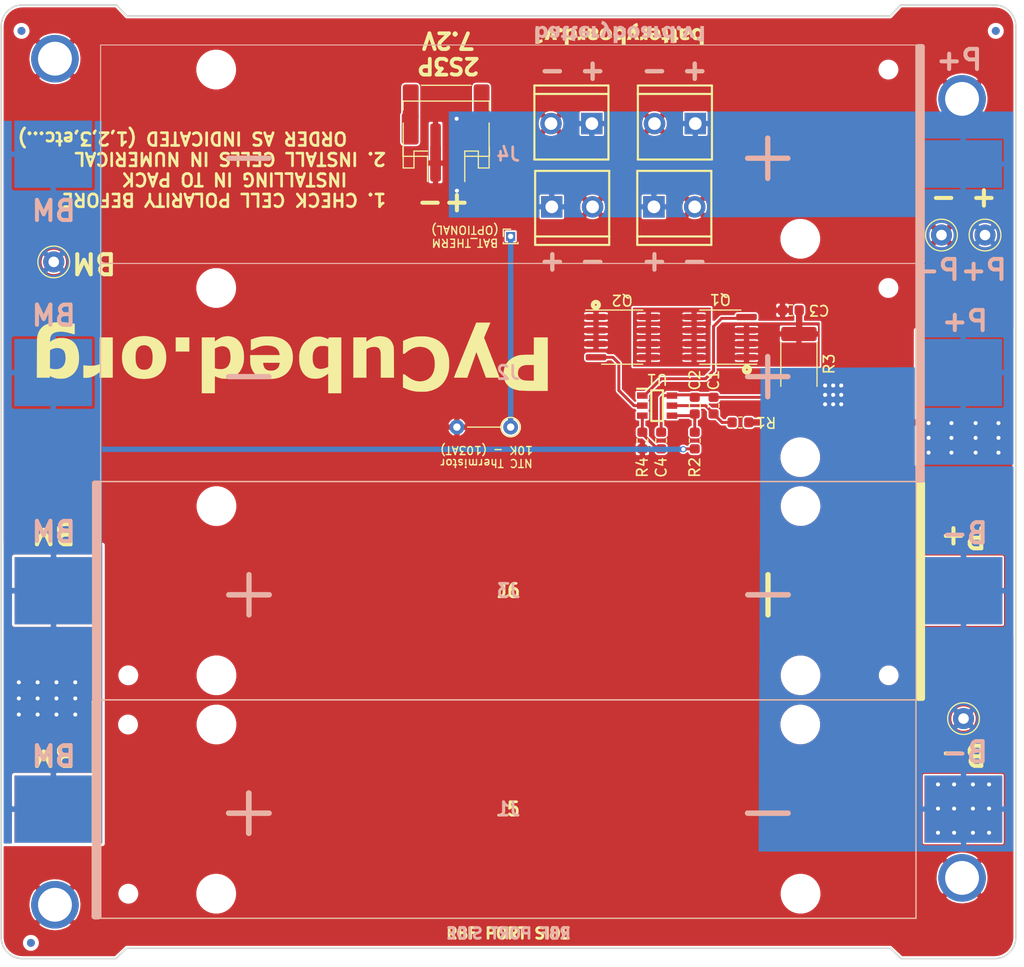
<source format=kicad_pcb>
(kicad_pcb (version 20171130) (host pcbnew "(5.1.5)-3")
  (layers (0 F.Cu signal) (31 B.Cu signal hide) (34 B.Paste user hide) (35 F.Paste user hide) (36 B.SilkS user hide) (37 F.SilkS user) (38 B.Mask user hide) (39 F.Mask user) (44 Edge.Cuts user))
  (net 0 "")
  (net 1 /VDD)
  (net 2 B-)
  (net 3 "Net-(C2-Pad2)")
  (net 4 PACK-)
  (net 5 BM)
  (net 6 PACK+)
  (net 7 "Net-(Q1-Pad5)")
  (net 8 "Net-(Q1-Pad4)")
  (net 9 "Net-(Q2-Pad4)")
  (net 10 "Net-(C3-Pad1)")
  (net 11 "Net-(C4-Pad2)")
  (net 12 BAT_THERM)
  (module custom-footprints:battery_version (layer B.Cu) (at 111.3536 56.4134)
    (fp_text reference Ref** hide)
    (fp_text value Val** hide)
  )
  (module custom-footprints:battery_version (layer F.Cu) (at 111.9378 56.6166 180)
    (fp_text reference Ref** hide)
    (fp_text value Val** hide)
  )
  (module custom-footprints:MountingHole_3.2mm_M3_DIN965_PadMOD (layer F.Cu) (at 144.0053 62.6899)
    (fp_text reference H3 hide)
    (fp_text value MountingHole_Pad)
    (pad 1 thru_hole circle (at 0 0) (size 4.5 4.5) (drill 3.2) (layers F.Cu F.Mask) (net 4 PACK-))
  )
  (module custom-footprints:MountingHole_3.2mm_M3_DIN965_PadMOD (layer F.Cu) (at 144.0053 136.3499)
    (fp_text reference H4 hide)
    (fp_text value MountingHole_Pad)
    (pad 1 thru_hole circle (at 0 0) (size 4.5 4.5) (drill 3.2) (layers *.Cu *.Mask) (net 4 PACK-))
  )
  (module custom-footprints:MountingHole_3.2mm_M3_DIN965_PadMOD (layer F.Cu) (at 58.2803 58.8899)
    (fp_text reference H2 hide)
    (fp_text value MountingHole_Pad)
    (pad 1 thru_hole circle (at 0 0) (size 4.5 4.5) (drill 3.2) (layers *.Cu *.Mask) (net 4 PACK-))
  )
  (module custom-footprints:MountingHole_3.2mm_M3_DIN965_PadMOD (layer F.Cu) (at 58.2803 138.8899)
    (fp_text reference H1 hide)
    (fp_text value MountingHole_Pad)
    (pad 1 thru_hole circle (at 0 0) (size 4.5 4.5) (drill 3.2) (layers *.Cu *.Mask) (net 4 PACK-))
  )
  (module custom-footprints:pycubed_logo (layer F.Cu) (at 83.29676 86.9188 180)
    (fp_text reference Ref** hide)
    (fp_text value Val** hide)
  )
  (module custom-footprints:KEYSTONE-1042 (layer B.Cu) (at 101.1174 67.9196)
    (fp_text reference J4 (at 0 0) (layer B.SilkS) (effects (font (size 1.27 1.27) (thickness 0.254)) (justify mirror)))
    (fp_text value KEYSTONE-1042 hide)
    (fp_text user - (at -24.525 0) (layer B.SilkS) (effects (font (size 5 5) (thickness 0.5)) (justify mirror)))
    (fp_text user + (at 24.525 0) (layer B.SilkS) (effects (font (size 5 5) (thickness 0.5)) (justify mirror)))
    (pad 5 np_thru_hole circle (at 35.93 -8) (size 1.57 0) (drill 1.57) (layers *.Cu *.Mask))
    (pad 4 np_thru_hole circle (at 27.6 8) (size 3.45 0) (drill 3.45) (layers *.Cu *.Mask))
    (pad 3 np_thru_hole circle (at -27.6 -8) (size 3.45 0) (drill 3.45) (layers *.Cu *.Mask))
    (pad 2 smd rect (at 43 0.925 270) (size 4.5 7.34) (layers B.Cu B.Paste B.Mask) (net 6 PACK+))
    (pad 1 smd rect (at -43 0 270) (size 6.35 7.34) (layers B.Cu B.Paste B.Mask) (net 5 BM))
  )
  (module custom-footprints:KEYSTONE-1042 (layer F.Cu) (at 101.1428 109.1946)
    (fp_text reference J6 (at 0 0) (layer F.SilkS) (effects (font (size 1.27 1.27) (thickness 0.254))))
    (fp_text value KEYSTONE-1042 hide)
    (fp_text user - (at -24.525 0) (layer F.SilkS) (effects (font (size 5 5) (thickness 0.5))))
    (fp_text user + (at 24.525 0) (layer F.SilkS) (effects (font (size 5 5) (thickness 0.5))))
    (pad 5 np_thru_hole circle (at 35.93 8) (size 1.57 0) (drill 1.57) (layers *.Cu *.Mask))
    (pad 4 np_thru_hole circle (at 27.6 -8) (size 3.45 0) (drill 3.45) (layers *.Cu *.Mask))
    (pad 3 np_thru_hole circle (at -27.6 8) (size 3.45 0) (drill 3.45) (layers *.Cu *.Mask))
    (pad 2 smd rect (at 43 0 90) (size 6.35 7.34) (layers F.Cu F.Paste F.Mask) (net 6 PACK+))
    (pad 1 smd rect (at -43 0 90) (size 6.35 7.34) (layers F.Cu F.Paste F.Mask) (net 5 BM))
  )
  (module custom-footprints:KEYSTONE-1042 (layer F.Cu) (at 101.1174 129.8448 180)
    (fp_text reference J5 (at 0 0) (layer F.SilkS) (effects (font (size 1.27 1.27) (thickness 0.254))))
    (fp_text value KEYSTONE-1042 hide)
    (fp_text user - (at -24.525 0) (layer F.SilkS) (effects (font (size 5 5) (thickness 0.5))))
    (fp_text user + (at 24.525 0) (layer F.SilkS) (effects (font (size 5 5) (thickness 0.5))))
    (pad 5 np_thru_hole circle (at 35.93 8 180) (size 1.57 0) (drill 1.57) (layers *.Cu *.Mask))
    (pad 4 np_thru_hole circle (at 27.6 -8 180) (size 3.45 0) (drill 3.45) (layers *.Cu *.Mask))
    (pad 3 np_thru_hole circle (at -27.6 8 180) (size 3.45 0) (drill 3.45) (layers *.Cu *.Mask))
    (pad 2 smd rect (at 43 0 270) (size 6.35 7.34) (layers F.Cu F.Paste F.Mask) (net 5 BM))
    (pad 1 smd rect (at -43 0 270) (size 6.35 7.34) (layers F.Cu F.Paste F.Mask) (net 2 B-))
  )
  (module custom-footprints:KEYSTONE-1042 (layer B.Cu) (at 101.1428 109.1946 180)
    (fp_text reference J3 (at 0 0) (layer B.SilkS) (effects (font (size 1.27 1.27) (thickness 0.254)) (justify mirror)))
    (fp_text value KEYSTONE-1042 hide)
    (fp_text user - (at -24.525 0) (layer B.SilkS) (effects (font (size 5 5) (thickness 0.5)) (justify mirror)))
    (fp_text user + (at 24.525 0) (layer B.SilkS) (effects (font (size 5 5) (thickness 0.5)) (justify mirror)))
    (pad 5 np_thru_hole circle (at 35.93 -8 180) (size 1.57 0) (drill 1.57) (layers *.Cu *.Mask))
    (pad 4 np_thru_hole circle (at 27.6 8 180) (size 3.45 0) (drill 3.45) (layers *.Cu *.Mask))
    (pad 3 np_thru_hole circle (at -27.6 -8 180) (size 3.45 0) (drill 3.45) (layers *.Cu *.Mask))
    (pad 2 smd rect (at 43 0 90) (size 6.35 7.34) (layers B.Cu B.Paste B.Mask) (net 5 BM))
    (pad 1 smd rect (at -43 0 90) (size 6.35 7.34) (layers B.Cu B.Paste B.Mask) (net 2 B-))
  )
  (module custom-footprints:KEYSTONE-1042 (layer B.Cu) (at 101.1174 88.5698)
    (fp_text reference J2 (at 0 0) (layer B.SilkS) (effects (font (size 1.27 1.27) (thickness 0.254)) (justify mirror)))
    (fp_text value KEYSTONE-1042 hide)
    (fp_text user - (at -24.525 0) (layer B.SilkS) (effects (font (size 5 5) (thickness 0.5)) (justify mirror)))
    (fp_text user + (at 24.525 0) (layer B.SilkS) (effects (font (size 5 5) (thickness 0.5)) (justify mirror)))
    (pad 5 np_thru_hole circle (at 35.93 -8) (size 1.57 0) (drill 1.57) (layers *.Cu *.Mask))
    (pad 4 np_thru_hole circle (at 27.6 8) (size 3.45 0) (drill 3.45) (layers *.Cu *.Mask))
    (pad 3 np_thru_hole circle (at -27.6 -8) (size 3.45 0) (drill 3.45) (layers *.Cu *.Mask))
    (pad 2 smd rect (at 43 0 270) (size 6.35 7.34) (layers B.Cu B.Paste B.Mask) (net 6 PACK+))
    (pad 1 smd rect (at -43 0 270) (size 6.35 7.34) (layers B.Cu B.Paste B.Mask) (net 5 BM))
  )
  (module custom-footprints:KEYSTONE-1042 (layer B.Cu) (at 101.1428 129.8448 180)
    (fp_text reference J1 (at 0 0) (layer B.SilkS) (effects (font (size 1.27 1.27) (thickness 0.254)) (justify mirror)))
    (fp_text value KEYSTONE-1042 hide)
    (fp_text user - (at -24.525 0) (layer B.SilkS) (effects (font (size 5 5) (thickness 0.5)) (justify mirror)))
    (fp_text user + (at 24.525 0) (layer B.SilkS) (effects (font (size 5 5) (thickness 0.5)) (justify mirror)))
    (pad 5 np_thru_hole circle (at 35.93 -8 180) (size 1.57 0) (drill 1.57) (layers *.Cu *.Mask))
    (pad 4 np_thru_hole circle (at 27.6 8 180) (size 3.45 0) (drill 3.45) (layers *.Cu *.Mask))
    (pad 3 np_thru_hole circle (at -27.6 -8 180) (size 3.45 0) (drill 3.45) (layers *.Cu *.Mask))
    (pad 2 smd rect (at 43 0 90) (size 6.35 7.34) (layers B.Cu B.Paste B.Mask) (net 5 BM))
    (pad 1 smd rect (at -43 0 90) (size 6.35 7.34) (layers B.Cu B.Paste B.Mask) (net 2 B-))
  )
  (module Fiducial:Fiducial_0.75mm_Mask1.5mm (layer F.Cu) (at 147.193 56.261)
    (fp_text reference REF** hide)
    (fp_text value Fiducial_0.75mm_Mask1.5mm)
    (pad "" smd circle (at 0 0) (size 0.75 0.75) (layers F.Cu F.Mask) (clearance 0.375))
  )
  (module Fiducial:Fiducial_0.75mm_Mask1.5mm (layer B.Cu) (at 147.193 56.261)
    (fp_text reference REF** hide)
    (fp_text value Fiducial_0.75mm_Mask1.5mm)
    (pad "" smd circle (at 0 0) (size 0.75 0.75) (layers B.Cu B.Mask) (clearance 0.375))
  )
  (module Fiducial:Fiducial_0.75mm_Mask1.5mm (layer F.Cu) (at 55.118 56.261)
    (fp_text reference REF** hide)
    (fp_text value Fiducial_0.75mm_Mask1.5mm)
    (pad "" smd circle (at 0 0) (size 0.75 0.75) (layers F.Cu F.Mask) (clearance 0.375))
  )
  (module Fiducial:Fiducial_0.75mm_Mask1.5mm (layer B.Cu) (at 55.118 56.261)
    (fp_text reference REF** hide)
    (fp_text value Fiducial_0.75mm_Mask1.5mm)
    (pad "" smd circle (at 0 0) (size 0.75 0.75) (layers B.Cu B.Mask) (clearance 0.375))
  )
  (module Fiducial:Fiducial_0.75mm_Mask1.5mm (layer B.Cu) (at 56.007 142.494)
    (fp_text reference REF** hide)
    (fp_text value Fiducial_0.75mm_Mask1.5mm)
    (pad "" smd circle (at 0 0) (size 0.75 0.75) (layers B.Cu B.Mask) (clearance 0.375))
  )
  (module Fiducial:Fiducial_0.75mm_Mask1.5mm (layer F.Cu) (at 56.007 142.494)
    (fp_text reference REF** hide)
    (fp_text value Fiducial_0.75mm_Mask1.5mm)
    (pad "" smd circle (at 0 0) (size 0.75 0.75) (layers F.Cu F.Mask) (clearance 0.375))
  )
  (module Connector_JST:JST_PH_B2B-PH-SM4-TB_1x02-1MP_P2.00mm_Vertical (layer F.Cu) (at 95.25 67.2592)
    (fp_text reference REF** hide)
    (fp_text value JST_PH_B2B-PH-SM4-TB_1x02-1MP_P2.00mm_Vertical)
    (pad MP smd roundrect (at 3.4 -1.75) (size 1.6 3) (layers F.Cu F.Paste F.Mask) (roundrect_rratio 0.15625))
    (pad MP smd roundrect (at -3.4 -1.75) (size 1.6 3) (layers F.Cu F.Paste F.Mask) (roundrect_rratio 0.15625))
    (pad 2 smd roundrect (at 1 0.5) (size 1 5.499999) (layers F.Cu F.Paste F.Mask) (net 6 PACK+))
    (pad 1 smd roundrect (at -1 0.5) (size 1 5.499999) (layers F.Cu F.Paste F.Mask) (net 4 PACK-))
  )
  (module Resistor_THT:R_Axial_DIN0204_L3.6mm_D1.6mm_P5.08mm_Vertical (layer F.Cu) (at 101.346 93.726 180)
    (fp_text reference TH1 hide)
    (fp_text value Thermistor)
    (pad 2 thru_hole oval (at 5.08 0 180) (size 1.4 1.4) (drill 0.7) (layers *.Cu *.Mask) (net 4 PACK-))
    (pad 1 thru_hole circle (at 0 0 180) (size 1.4 1.4) (drill 0.7) (layers *.Cu *.Mask) (net 12 BAT_THERM))
  )
  (module Connector_PinHeader_1.00mm:PinHeader_1x01_P1.00mm_Vertical (layer F.Cu) (at 101.346 75.692)
    (fp_text reference J12 hide)
    (fp_text value Screw_Terminal_01x01)
    (pad 1 thru_hole rect (at 0 0) (size 0.85 0.85) (drill 0.5) (layers *.Cu *.Mask) (net 12 BAT_THERM))
  )
  (module custom-footprints:SCREWTERMINAL-3.5MM-2_LOCK (layer F.Cu) (at 115.062 72.898)
    (fp_text reference J11 hide)
    (fp_text value Screw_Terminal_01x02)
    (pad 1 thru_hole rect (at -0.1778 0) (size 2.032 2.032) (drill 1.2) (layers *.Cu *.Mask) (net 6 PACK+))
    (pad 2 thru_hole circle (at 3.6778 0) (size 2.032 2.032) (drill 1.2) (layers *.Cu *.Mask) (net 4 PACK-))
  )
  (module custom-footprints:SCREWTERMINAL-3.5MM-2_LOCK (layer F.Cu) (at 118.618 65.024 180)
    (fp_text reference J10 hide)
    (fp_text value Screw_Terminal_01x02)
    (pad 1 thru_hole rect (at -0.1778 0 180) (size 2.032 2.032) (drill 1.2) (layers *.Cu *.Mask) (net 6 PACK+))
    (pad 2 thru_hole circle (at 3.6778 0 180) (size 2.032 2.032) (drill 1.2) (layers *.Cu *.Mask) (net 4 PACK-))
  )
  (module custom-footprints:SCREWTERMINAL-3.5MM-2_LOCK (layer F.Cu) (at 105.41 72.898)
    (fp_text reference J9 hide)
    (fp_text value Screw_Terminal_01x02)
    (pad 1 thru_hole rect (at -0.1778 0) (size 2.032 2.032) (drill 1.2) (layers *.Cu *.Mask) (net 6 PACK+))
    (pad 2 thru_hole circle (at 3.6778 0) (size 2.032 2.032) (drill 1.2) (layers *.Cu *.Mask) (net 4 PACK-))
  )
  (module custom-footprints:SCREWTERMINAL-3.5MM-2_LOCK (layer F.Cu) (at 108.839 65.024 180)
    (fp_text reference J8 hide)
    (fp_text value Screw_Terminal_01x02)
    (pad 1 thru_hole rect (at -0.1778 0 180) (size 2.032 2.032) (drill 1.2) (layers *.Cu *.Mask) (net 6 PACK+))
    (pad 2 thru_hole circle (at 3.6778 0 180) (size 2.032 2.032) (drill 1.2) (layers *.Cu *.Mask) (net 4 PACK-))
  )
  (module Connector_JST:JST_PH_S2B-PH-SM4-TB_1x02-1MP_P2.00mm_Horizontal (layer F.Cu) (at 95.25 65.913 180)
    (fp_text reference J7 hide)
    (fp_text value JST_PH_S2B-PH-SM4)
    (pad MP smd roundrect (at 3.35 2.9 180) (size 1.5 3.4) (layers F.Cu F.Paste F.Mask) (roundrect_rratio 0.166667))
    (pad MP smd roundrect (at -3.35 2.9 180) (size 1.5 3.4) (layers F.Cu F.Paste F.Mask) (roundrect_rratio 0.166667))
    (pad 2 smd roundrect (at 1 -2.85 180) (size 1 3.5) (layers F.Cu F.Paste F.Mask) (net 4 PACK-))
    (pad 1 smd roundrect (at -1 -2.85 180) (size 1 3.5) (layers F.Cu F.Paste F.Mask) (net 6 PACK+))
  )
  (module TestPoint:TestPoint_Loop_D1.80mm_Drill1.0mm_Beaded (layer F.Cu) (at 146.177 75.565)
    (fp_text reference TP4 hide)
    (fp_text value TestPoint)
    (pad 1 thru_hole circle (at 0 0) (size 2 2) (drill 1) (layers *.Cu *.Mask) (net 6 PACK+))
  )
  (module TestPoint:TestPoint_Loop_D1.80mm_Drill1.0mm_Beaded (layer F.Cu) (at 142.0622 75.565)
    (fp_text reference TP3 hide)
    (fp_text value TestPoint)
    (pad 1 thru_hole circle (at 0 0) (size 2 2) (drill 1) (layers *.Cu *.Mask) (net 4 PACK-))
  )
  (module TestPoint:TestPoint_Loop_D1.80mm_Drill1.0mm_Beaded (layer F.Cu) (at 58.166 78.105)
    (fp_text reference TP2 hide)
    (fp_text value TestPoint)
    (pad 1 thru_hole circle (at 0 0) (size 2 2) (drill 1) (layers *.Cu *.Mask) (net 5 BM))
  )
  (module TestPoint:TestPoint_Loop_D1.80mm_Drill1.0mm_Beaded (layer F.Cu) (at 144.145 121.285)
    (fp_text reference TP1 hide)
    (fp_text value TestPoint)
    (pad 1 thru_hole circle (at 0 0) (size 2 2) (drill 1) (layers *.Cu *.Mask) (net 2 B-))
  )
  (module Capacitor_SMD:C_0603_1608Metric (layer F.Cu) (at 127.8255 82.677 180)
    (fp_text reference C3 (at -2.667 0 180 unlocked) (layer F.SilkS))
    (fp_text value 0.1uF)
    (pad 2 smd roundrect (at 0.7875 0 180) (size 0.875 0.95) (layers F.Cu F.Paste F.Mask) (net 4 PACK-))
    (pad 1 smd roundrect (at -0.7875 0 180) (size 0.875 0.95) (layers F.Cu F.Paste F.Mask) (net 10 "Net-(C3-Pad1)"))
  )
  (module Resistor_SMD:R_0603_1608Metric (layer F.Cu) (at 113.792 94.996 270)
    (fp_text reference R4 (at 2.54 0 90) (layer F.SilkS))
    (fp_text value 1K)
    (pad 2 smd roundrect (at 0.7875 0 270) (size 0.875 0.95) (layers F.Cu F.Paste F.Mask) (net 4 PACK-))
    (pad 1 smd roundrect (at -0.7875 0 270) (size 0.875 0.95) (layers F.Cu F.Paste F.Mask) (net 11 "Net-(C4-Pad2)"))
  )
  (module Resistor_SMD:R_0603_1608Metric (layer F.Cu) (at 118.745 94.996 90)
    (fp_text reference R2 (at -2.54 0 90) (layer F.SilkS))
    (fp_text value 330)
    (pad 2 smd roundrect (at 0.7875 0 90) (size 0.875 0.95) (layers F.Cu F.Paste F.Mask) (net 3 "Net-(C2-Pad2)"))
    (pad 1 smd roundrect (at -0.7875 0 90) (size 0.875 0.95) (layers F.Cu F.Paste F.Mask) (net 5 BM))
  )
  (module Resistor_SMD:R_0603_1608Metric (layer F.Cu) (at 123.063 93.2815 180)
    (fp_text reference R1 (at -2.413 0 180 unlocked) (layer F.SilkS))
    (fp_text value 330)
    (pad 2 smd roundrect (at 0.7875 0 180) (size 0.875 0.95) (layers F.Cu F.Paste F.Mask) (net 1 /VDD))
    (pad 1 smd roundrect (at -0.7875 0 180) (size 0.875 0.95) (layers F.Cu F.Paste F.Mask) (net 6 PACK+))
  )
  (module Resistor_SMD:R_2512_6332Metric (layer F.Cu) (at 128.5875 87.8205 90)
    (fp_text reference R3 (at 0.0635 2.8575 90) (layer F.SilkS))
    (fp_text value 0.01)
    (pad 2 smd roundrect (at 2.9 0 90) (size 1.35 3.35) (layers F.Cu F.Paste F.Mask) (roundrect_rratio 0.185185) (net 10 "Net-(C3-Pad1)"))
    (pad 1 smd roundrect (at -2.9 0 90) (size 1.35 3.35) (layers F.Cu F.Paste F.Mask) (roundrect_rratio 0.185185) (net 2 B-))
  )
  (module Package_SO:SOIC-8_3.9x4.9mm_P1.27mm (layer F.Cu) (at 111.887 85.217)
    (fp_text reference Q2 (at 0 -3.4925 180 unlocked) (layer F.SilkS))
    (fp_text value IRF7458)
    (pad 8 smd roundrect (at 2.475 -1.905) (size 1.95 0.6) (layers F.Cu F.Paste F.Mask) (net 7 "Net-(Q1-Pad5)"))
    (pad 7 smd roundrect (at 2.475 -0.635) (size 1.95 0.6) (layers F.Cu F.Paste F.Mask) (net 7 "Net-(Q1-Pad5)"))
    (pad 6 smd roundrect (at 2.475 0.635) (size 1.95 0.6) (layers F.Cu F.Paste F.Mask) (net 7 "Net-(Q1-Pad5)"))
    (pad 5 smd roundrect (at 2.475 1.905) (size 1.95 0.6) (layers F.Cu F.Paste F.Mask) (net 7 "Net-(Q1-Pad5)"))
    (pad 4 smd roundrect (at -2.475 1.905) (size 1.95 0.6) (layers F.Cu F.Paste F.Mask) (net 9 "Net-(Q2-Pad4)"))
    (pad 3 smd roundrect (at -2.475 0.635) (size 1.95 0.6) (layers F.Cu F.Paste F.Mask) (net 4 PACK-))
    (pad 2 smd roundrect (at -2.475 -0.635) (size 1.95 0.6) (layers F.Cu F.Paste F.Mask) (net 4 PACK-))
    (pad 1 smd roundrect (at -2.475 -1.905) (size 1.95 0.6) (layers F.Cu F.Paste F.Mask) (net 4 PACK-))
  )
  (module Package_SO:SOIC-8_3.9x4.9mm_P1.27mm (layer F.Cu) (at 121.158 85.217 180)
    (fp_text reference Q1 (at 0 3.556 180 unlocked) (layer F.SilkS))
    (fp_text value IRF7458)
    (pad 8 smd roundrect (at 2.475 -1.905 180) (size 1.95 0.6) (layers F.Cu F.Paste F.Mask) (net 7 "Net-(Q1-Pad5)"))
    (pad 7 smd roundrect (at 2.475 -0.635 180) (size 1.95 0.6) (layers F.Cu F.Paste F.Mask) (net 7 "Net-(Q1-Pad5)"))
    (pad 6 smd roundrect (at 2.475 0.635 180) (size 1.95 0.6) (layers F.Cu F.Paste F.Mask) (net 7 "Net-(Q1-Pad5)"))
    (pad 5 smd roundrect (at 2.475 1.905 180) (size 1.95 0.6) (layers F.Cu F.Paste F.Mask) (net 7 "Net-(Q1-Pad5)"))
    (pad 4 smd roundrect (at -2.475 1.905 180) (size 1.95 0.6) (layers F.Cu F.Paste F.Mask) (net 8 "Net-(Q1-Pad4)"))
    (pad 3 smd roundrect (at -2.475 0.635 180) (size 1.95 0.6) (layers F.Cu F.Paste F.Mask) (net 10 "Net-(C3-Pad1)"))
    (pad 2 smd roundrect (at -2.475 -0.635 180) (size 1.95 0.6) (layers F.Cu F.Paste F.Mask) (net 10 "Net-(C3-Pad1)"))
    (pad 1 smd roundrect (at -2.475 -1.905 180) (size 1.95 0.6) (layers F.Cu F.Paste F.Mask) (net 10 "Net-(C3-Pad1)"))
  )
  (module Capacitor_SMD:C_0603_1608Metric (layer F.Cu) (at 115.57 94.996 270)
    (fp_text reference C4 (at 2.54 0 90) (layer F.SilkS))
    (fp_text value 0.1uF)
    (pad 2 smd roundrect (at 0.7875 0 270) (size 0.875 0.95) (layers F.Cu F.Paste F.Mask) (net 11 "Net-(C4-Pad2)"))
    (pad 1 smd roundrect (at -0.7875 0 270) (size 0.875 0.95) (layers F.Cu F.Paste F.Mask) (net 2 B-))
  )
  (module Capacitor_SMD:C_0603_1608Metric (layer F.Cu) (at 118.745 91.694 270)
    (fp_text reference C2 (at -2.413 0 90) (layer F.SilkS))
    (fp_text value 0.1uF)
    (pad 2 smd roundrect (at 0.7875 0 270) (size 0.875 0.95) (layers F.Cu F.Paste F.Mask) (net 3 "Net-(C2-Pad2)"))
    (pad 1 smd roundrect (at -0.7875 0 270) (size 0.875 0.95) (layers F.Cu F.Paste F.Mask) (net 2 B-))
  )
  (module Capacitor_SMD:C_0603_1608Metric (layer F.Cu) (at 120.523 91.694 270)
    (fp_text reference C1 (at -2.413 0 90) (layer F.SilkS))
    (fp_text value 0.1uF)
    (pad 2 smd roundrect (at 0.7875 0 270) (size 0.875 0.95) (layers F.Cu F.Paste F.Mask) (net 1 /VDD))
    (pad 1 smd roundrect (at -0.7875 0 270) (size 0.875 0.95) (layers F.Cu F.Paste F.Mask) (net 2 B-))
  )
  (module custom-footprints:SOT95P280X130-6N (layer F.Cu) (at 115.189 91.694)
    (fp_text reference U1 (at 0 -2.4765 180 unlocked) (layer F.SilkS))
    (fp_text value R5460N233AF hide)
    (pad 6 smd rect (at 1.4 -0.95 90) (size 0.6 1) (layers F.Cu F.Paste F.Mask) (net 2 B-))
    (pad 5 smd rect (at 1.4 0 90) (size 0.6 1) (layers F.Cu F.Paste F.Mask) (net 1 /VDD))
    (pad 4 smd rect (at 1.4 0.95 90) (size 0.6 1) (layers F.Cu F.Paste F.Mask) (net 3 "Net-(C2-Pad2)"))
    (pad 3 smd rect (at -1.4 0.95 90) (size 0.6 1) (layers F.Cu F.Paste F.Mask) (net 11 "Net-(C4-Pad2)"))
    (pad 2 smd rect (at -1.4 0 90) (size 0.6 1) (layers F.Cu F.Paste F.Mask) (net 9 "Net-(Q2-Pad4)"))
    (pad 1 smd rect (at -1.4 -0.95 90) (size 0.6 1) (layers F.Cu F.Paste F.Mask) (net 8 "Net-(Q1-Pad4)"))
  )
  (gr_circle (center 123.6726 88.2904) (end 123.7488 88.3158) (layer F.SilkS) (width 0.4))
  (gr_circle (center 109.3978 82.169) (end 109.474 82.1944) (layer F.SilkS) (width 0.4))
  (gr_text "- +" (at 144.16532 71.9201) (layer F.SilkS) (effects (font (size 1.905 1.905) (thickness 0.381))))
  (gr_text "1. CHECK CELL POLARITY BEFORE \n    INSTALLING IN TO PACK\n2. INSTALL CELLS IN NUMERICAL \n    ORDER AS INDICATED (1,2,3,etc...)" (at 89.69502 69.32676 180) (layer F.SilkS) (effects (font (size 1.2 1.2) (thickness 0.254)) (justify left)))
  (gr_text "RBF PORT SIDE" (at 101.1428 141.605) (layer B.SilkS) (effects (font (size 1.016 1.016) (thickness 0.254)) (justify mirror)))
  (gr_text "RBF PORT SIDE" (at 101.1428 141.605) (layer F.SilkS) (effects (font (size 1.016 1.016) (thickness 0.254))))
  (gr_line (start 64.0969 53.8099) (end 55.2003 53.8099) (layer Edge.Cuts) (width 0.15))
  (gr_line (start 147.0853 53.8099) (end 138.1887 53.8099) (layer Edge.Cuts) (width 0.15))
  (gr_line (start 137.2108 54.8452) (end 138.1887 53.8099) (layer Edge.Cuts) (width 0.15))
  (gr_line (start 137.2108 54.8452) (end 65.0748 54.8452) (layer Edge.Cuts) (width 0.15))
  (gr_line (start 65.0748 54.8452) (end 64.0969 53.8099) (layer Edge.Cuts) (width 0.15))
  (gr_line (start 147.0853 143.9799) (end 138.2461 143.9799) (layer Edge.Cuts) (width 0.15))
  (gr_line (start 64.0395 143.9799) (end 65.0748 143.002) (layer Edge.Cuts) (width 0.15))
  (gr_line (start 137.2108 143.002) (end 65.0748 143.002) (layer Edge.Cuts) (width 0.15))
  (gr_line (start 138.2461 143.9799) (end 137.2108 143.002) (layer Edge.Cuts) (width 0.15))
  (gr_text "BAT_THERM\n(OPTIONAL)" (at 97.028 75.692 180) (layer F.SilkS) (effects (font (size 0.762 0.762) (thickness 0.127))))
  (gr_text "2S3P\n7.2V" (at 95.4532 58.36666 180) (layer F.SilkS) (effects (font (size 1.5 1.5) (thickness 0.355))))
  (gr_text "NTC Thermistor\n10K - (103AT)" (at 99.06 96.52 180) (layer F.SilkS) (effects (font (size 0.762 0.762) (thickness 0.127))))
  (gr_text "- +" (at 107.188 77.978) (layer B.SilkS) (effects (font (size 1.905 1.905) (thickness 0.381)) (justify mirror)))
  (gr_text "- +" (at 116.84 77.978) (layer B.SilkS) (effects (font (size 1.905 1.905) (thickness 0.381)) (justify mirror)))
  (gr_text "- +" (at 116.84 60.198 180) (layer B.SilkS) (effects (font (size 1.905 1.905) (thickness 0.381)) (justify mirror)))
  (gr_text "- +" (at 107.188 60.198 180) (layer B.SilkS) (effects (font (size 1.905 1.905) (thickness 0.381)) (justify mirror)))
  (gr_text "- +" (at 107.188 78.232 180) (layer F.SilkS) (effects (font (size 1.905 1.905) (thickness 0.381))))
  (gr_text "- +" (at 116.84 78.232 180) (layer F.SilkS) (effects (font (size 1.905 1.905) (thickness 0.381))))
  (gr_text "- +" (at 116.84 59.944) (layer F.SilkS) (effects (font (size 1.905 1.905) (thickness 0.381))))
  (gr_text + (at 96.266 72.644 180) (layer F.SilkS) (effects (font (size 1.905 1.905) (thickness 0.381))))
  (gr_text - (at 93.726 72.644 180) (layer F.SilkS) (effects (font (size 1.905 1.905) (thickness 0.381))))
  (gr_text "- +" (at 107.188 59.944) (layer F.SilkS) (effects (font (size 1.905 1.905) (thickness 0.381))))
  (gr_text P+ (at 143.7386 59.0042) (layer B.SilkS) (effects (font (size 1.905 1.905) (thickness 0.381)) (justify mirror)))
  (gr_text P- (at 141.605 78.867) (layer B.SilkS) (effects (font (size 1.905 1.905) (thickness 0.381)) (justify mirror)))
  (gr_text BM (at 61.976 78.232 180) (layer F.SilkS) (effects (font (size 1.905 1.905) (thickness 0.381))))
  (gr_text P+ (at 146.05 78.867) (layer B.SilkS) (effects (font (size 1.905 1.905) (thickness 0.381)) (justify mirror)))
  (gr_text P+ (at 144.272 83.693) (layer B.SilkS) (effects (font (size 1.905 1.905) (thickness 0.381)) (justify mirror)))
  (gr_text B- (at 144.272 103.759) (layer B.SilkS) (effects (font (size 1.905 1.905) (thickness 0.381)) (justify mirror)))
  (gr_text B- (at 144.272 124.46) (layer B.SilkS) (effects (font (size 1.905 1.905) (thickness 0.381)) (justify mirror)))
  (gr_text BM (at 58.166 124.841) (layer B.SilkS) (effects (font (size 1.905 1.905) (thickness 0.381)) (justify mirror)))
  (gr_text BM (at 58.166 73.279) (layer B.SilkS) (effects (font (size 1.905 1.905) (thickness 0.381)) (justify mirror)))
  (gr_text BM (at 58.166 83.185) (layer B.SilkS) (effects (font (size 1.905 1.905) (thickness 0.381)) (justify mirror)))
  (gr_text BM (at 58.166 103.632) (layer B.SilkS) (effects (font (size 1.905 1.905) (thickness 0.381)) (justify mirror)))
  (gr_text P+ (at 144.145 104.14 180) (layer F.SilkS) (effects (font (size 1.905 1.905) (thickness 0.381))))
  (gr_text B- (at 144.145 124.714 180) (layer F.SilkS) (effects (font (size 1.905 1.905) (thickness 0.381))))
  (gr_text BM (at 58.166 124.714 180) (layer F.SilkS) (effects (font (size 1.905 1.905) (thickness 0.381))))
  (gr_text BM (at 58.166 103.759 180) (layer F.SilkS) (effects (font (size 1.905 1.905) (thickness 0.381))))
  (gr_line (start 55.2003 143.9799) (end 64.0395 143.9799) (layer Edge.Cuts) (width 0.15))
  (gr_arc (start 147.0853 141.9799) (end 147.0853 143.9799) (angle -90) (layer Edge.Cuts) (width 0.15))
  (gr_line (start 149.0853 141.9799) (end 149.0853 55.8099) (layer Edge.Cuts) (width 0.15))
  (gr_arc (start 147.0853 55.8099) (end 149.0853 55.8099) (angle -90) (layer Edge.Cuts) (width 0.15))
  (gr_arc (start 55.2003 55.8099) (end 55.2003 53.8099) (angle -90) (layer Edge.Cuts) (width 0.15))
  (gr_line (start 53.2003 55.8099) (end 53.2003 141.9799) (layer Edge.Cuts) (width 0.15))
  (gr_arc (start 55.2003 141.9799) (end 53.2003 141.9799) (angle -90) (layer Edge.Cuts) (width 0.15))
  (segment (start 120.523 92.456) (end 120.523 92.4815) (width 0.2794) (layer F.Cu) (net 1))
  (segment (start 116.589 91.694) (end 119.761 91.694) (width 0.2794) (layer F.Cu) (net 1))
  (segment (start 119.761 91.694) (end 120.523 92.456) (width 0.2794) (layer F.Cu) (net 1))
  (segment (start 121.323 93.2815) (end 120.523 92.4815) (width 0.2794) (layer F.Cu) (net 1))
  (segment (start 122.2755 93.2815) (end 121.323 93.2815) (width 0.2794) (layer F.Cu) (net 1))
  (via (at 146.558 127.508) (size 0.5842) (drill 0.381) (layers F.Cu B.Cu) (net 2))
  (via (at 145.034 127.508) (size 0.5842) (drill 0.381) (layers F.Cu B.Cu) (net 2))
  (via (at 143.256 127.508) (size 0.5842) (drill 0.381) (layers F.Cu B.Cu) (net 2))
  (via (at 141.732 127.508) (size 0.5842) (drill 0.381) (layers F.Cu B.Cu) (net 2))
  (via (at 143.256 129.794) (size 0.5842) (drill 0.381) (layers F.Cu B.Cu) (net 2))
  (via (at 146.558 129.794) (size 0.5842) (drill 0.381) (layers F.Cu B.Cu) (net 2))
  (via (at 145.034 129.794) (size 0.5842) (drill 0.381) (layers F.Cu B.Cu) (net 2))
  (via (at 141.732 129.794) (size 0.5842) (drill 0.381) (layers F.Cu B.Cu) (net 2))
  (via (at 146.558 132.08) (size 0.5842) (drill 0.381) (layers F.Cu B.Cu) (net 2))
  (via (at 141.732 132.08) (size 0.5842) (drill 0.381) (layers F.Cu B.Cu) (net 2))
  (via (at 143.256 132.08) (size 0.5842) (drill 0.381) (layers F.Cu B.Cu) (net 2))
  (via (at 145.034 132.08) (size 0.5842) (drill 0.381) (layers F.Cu B.Cu) (net 2))
  (segment (start 118.745 90.9065) (end 118.745 90.678) (width 0.2794) (layer F.Cu) (net 2))
  (segment (start 120.2945 90.678) (end 120.523 90.9065) (width 0.2794) (layer F.Cu) (net 2))
  (segment (start 118.745 90.678) (end 120.2945 90.678) (width 0.2794) (layer F.Cu) (net 2))
  (segment (start 116.655 90.678) (end 118.745 90.678) (width 0.2794) (layer F.Cu) (net 2))
  (segment (start 116.589 90.744) (end 116.655 90.678) (width 0.2794) (layer F.Cu) (net 2))
  (segment (start 115.8096 90.744) (end 116.589 90.744) (width 0.2794) (layer F.Cu) (net 2))
  (segment (start 115.57 90.9836) (end 115.8096 90.744) (width 0.2794) (layer F.Cu) (net 2))
  (segment (start 115.57 94.2085) (end 115.57 90.9836) (width 0.2794) (layer F.Cu) (net 2))
  (segment (start 128.4015 90.9065) (end 128.5875 90.7205) (width 0.2794) (layer F.Cu) (net 2))
  (segment (start 120.523 90.9065) (end 128.4015 90.9065) (width 0.2794) (layer F.Cu) (net 2))
  (via (at 131.064 89.789) (size 0.5842) (drill 0.381) (layers F.Cu B.Cu) (net 2))
  (via (at 131.826 89.789) (size 0.5842) (drill 0.381) (layers F.Cu B.Cu) (net 2))
  (via (at 132.588 89.789) (size 0.5842) (drill 0.381) (layers F.Cu B.Cu) (net 2))
  (via (at 131.826 90.678) (size 0.5842) (drill 0.381) (layers F.Cu B.Cu) (net 2))
  (via (at 132.588 90.678) (size 0.5842) (drill 0.381) (layers F.Cu B.Cu) (net 2))
  (via (at 131.064 90.678) (size 0.5842) (drill 0.381) (layers F.Cu B.Cu) (net 2))
  (via (at 131.826 91.567) (size 0.5842) (drill 0.381) (layers F.Cu B.Cu) (net 2))
  (via (at 131.064 91.567) (size 0.5842) (drill 0.381) (layers F.Cu B.Cu) (net 2))
  (via (at 132.588 91.567) (size 0.5842) (drill 0.381) (layers F.Cu B.Cu) (net 2))
  (segment (start 118.5825 92.644) (end 118.745 92.4815) (width 0.2794) (layer F.Cu) (net 3))
  (segment (start 116.589 92.644) (end 118.5825 92.644) (width 0.2794) (layer F.Cu) (net 3))
  (segment (start 118.745 92.4815) (end 118.745 94.2085) (width 0.2794) (layer F.Cu) (net 3))
  (segment (start 93.218 68.763) (end 95.1282 68.763) (width 0.508) (layer F.Cu) (net 4))
  (via (at 54.864 117.856) (size 0.5842) (drill 0.381) (layers F.Cu B.Cu) (net 5))
  (via (at 56.642 117.856) (size 0.5842) (drill 0.381) (layers F.Cu B.Cu) (net 5))
  (via (at 58.42 117.856) (size 0.5842) (drill 0.381) (layers F.Cu B.Cu) (net 5))
  (via (at 60.198 117.856) (size 0.5842) (drill 0.381) (layers F.Cu B.Cu) (net 5))
  (via (at 54.864 119.38) (size 0.5842) (drill 0.381) (layers F.Cu B.Cu) (net 5))
  (via (at 58.42 119.38) (size 0.5842) (drill 0.381) (layers F.Cu B.Cu) (net 5))
  (via (at 56.642 119.38) (size 0.5842) (drill 0.381) (layers F.Cu B.Cu) (net 5))
  (via (at 60.198 119.38) (size 0.5842) (drill 0.381) (layers F.Cu B.Cu) (net 5))
  (via (at 60.198 120.904) (size 0.5842) (drill 0.381) (layers F.Cu B.Cu) (net 5))
  (via (at 58.42 120.904) (size 0.5842) (drill 0.381) (layers F.Cu B.Cu) (net 5))
  (via (at 54.864 120.904) (size 0.5842) (drill 0.381) (layers F.Cu B.Cu) (net 5))
  (via (at 56.642 120.904) (size 0.5842) (drill 0.381) (layers F.Cu B.Cu) (net 5))
  (segment (start 117.703498 95.7835) (end 117.665498 95.8215) (width 0.2794) (layer F.Cu) (net 5))
  (via (at 117.665498 95.8215) (size 0.5842) (drill 0.381) (layers F.Cu B.Cu) (net 5))
  (segment (start 118.745 95.7835) (end 117.703498 95.7835) (width 0.2794) (layer F.Cu) (net 5))
  (segment (start 117.665498 95.8215) (end 58.2295 95.8215) (width 0.508) (layer B.Cu) (net 5))
  (via (at 140.843 93.345) (size 0.5842) (drill 0.381) (layers F.Cu B.Cu) (net 6))
  (via (at 143.002 93.345) (size 0.5842) (drill 0.381) (layers F.Cu B.Cu) (net 6))
  (via (at 145.288 93.345) (size 0.5842) (drill 0.381) (layers F.Cu B.Cu) (net 6))
  (via (at 147.447 93.345) (size 0.5842) (drill 0.381) (layers F.Cu B.Cu) (net 6))
  (via (at 140.843 94.742) (size 0.5842) (drill 0.381) (layers F.Cu B.Cu) (net 6))
  (via (at 143.002 94.742) (size 0.5842) (drill 0.381) (layers F.Cu B.Cu) (net 6))
  (via (at 145.288 94.742) (size 0.5842) (drill 0.381) (layers F.Cu B.Cu) (net 6))
  (via (at 147.447 94.742) (size 0.5842) (drill 0.381) (layers F.Cu B.Cu) (net 6))
  (via (at 145.288 96.139) (size 0.5842) (drill 0.381) (layers F.Cu B.Cu) (net 6))
  (via (at 140.843 96.139) (size 0.5842) (drill 0.381) (layers F.Cu B.Cu) (net 6))
  (via (at 143.002 96.139) (size 0.5842) (drill 0.381) (layers F.Cu B.Cu) (net 6))
  (via (at 147.447 96.139) (size 0.5842) (drill 0.381) (layers F.Cu B.Cu) (net 6))
  (segment (start 139.954 92.456) (end 140.843 93.345) (width 0.6096) (layer F.Cu) (net 6))
  (segment (start 123.8505 93.2815) (end 139.954 93.2815) (width 0.6096) (layer F.Cu) (net 6))
  (via (at 96.266 71.374) (size 0.5842) (drill 0.381) (layers F.Cu B.Cu) (net 6))
  (segment (start 96.25 68.763) (end 96.25 71.358) (width 0.6096) (layer F.Cu) (net 6))
  (segment (start 96.25 71.358) (end 96.266 71.374) (width 0.6096) (layer F.Cu) (net 6))
  (via (at 96.2406 64.5668) (size 0.5842) (drill 0.381) (layers F.Cu B.Cu) (net 6))
  (segment (start 96.25 64.5762) (end 96.2406 64.5668) (width 0.6096) (layer F.Cu) (net 6))
  (segment (start 96.25 68.763) (end 96.25 64.5762) (width 0.6096) (layer F.Cu) (net 6))
  (segment (start 115.57 89.154) (end 113.98 90.744) (width 0.2794) (layer F.Cu) (net 8))
  (segment (start 123.506 83.439) (end 121.285 83.439) (width 0.2794) (layer F.Cu) (net 8))
  (segment (start 120.523 84.201) (end 120.523 88.392) (width 0.2794) (layer F.Cu) (net 8))
  (segment (start 113.98 90.744) (end 113.789 90.744) (width 0.2794) (layer F.Cu) (net 8))
  (segment (start 123.633 83.312) (end 123.506 83.439) (width 0.2794) (layer F.Cu) (net 8))
  (segment (start 121.285 83.439) (end 120.523 84.201) (width 0.2794) (layer F.Cu) (net 8))
  (segment (start 119.761 89.154) (end 115.57 89.154) (width 0.2794) (layer F.Cu) (net 8))
  (segment (start 120.523 88.392) (end 119.761 89.154) (width 0.2794) (layer F.Cu) (net 8))
  (segment (start 111.5695 90.2539) (end 111.5695 87.6935) (width 0.2794) (layer F.Cu) (net 9))
  (segment (start 110.998 87.122) (end 109.412 87.122) (width 0.2794) (layer F.Cu) (net 9))
  (segment (start 113.789 91.694) (end 113.0096 91.694) (width 0.2794) (layer F.Cu) (net 9))
  (segment (start 111.5695 87.6935) (end 110.998 87.122) (width 0.2794) (layer F.Cu) (net 9))
  (segment (start 113.0096 91.694) (end 111.5695 90.2539) (width 0.2794) (layer F.Cu) (net 9))
  (segment (start 128.613 84.895) (end 128.5875 84.9205) (width 0.6096) (layer F.Cu) (net 10))
  (segment (start 128.613 82.677) (end 128.613 84.895) (width 0.6096) (layer F.Cu) (net 10))
  (segment (start 113.789 94.2055) (end 113.792 94.2085) (width 0.2794) (layer F.Cu) (net 11))
  (segment (start 113.789 92.644) (end 113.789 94.2055) (width 0.2794) (layer F.Cu) (net 11))
  (segment (start 115.2145 95.7835) (end 115.57 95.7835) (width 0.2794) (layer F.Cu) (net 11))
  (segment (start 113.792 94.2085) (end 113.792 94.361) (width 0.2794) (layer F.Cu) (net 11))
  (segment (start 113.792 94.361) (end 115.2145 95.7835) (width 0.2794) (layer F.Cu) (net 11))
  (segment (start 101.346 76.625) (end 101.346 93.726) (width 0.508) (layer B.Cu) (net 12))
  (segment (start 101.346 75.692) (end 101.346 76.625) (width 0.508) (layer B.Cu) (net 12))
  (zone (net 5) (net_name BM) (layer B.Cu) (priority 3) (connect_pads (clearance 0.1524)) (min_thickness 0.1524) (fill yes (arc_segments 32) (thermal_gap 0.254) (thermal_bridge_width 0.508))
    (polygon (pts (xy 62.738 133.096) (xy 53.086 133.096) (xy 53.086 64.77) (xy 62.738 64.77)))
  )
  (zone (net 5) (net_name BM) (layer F.Cu) (priority 3) (connect_pads (clearance 0.254)) (min_thickness 0.1524) (fill yes (arc_segments 32) (thermal_gap 0.254) (thermal_bridge_width 0.508))
    (polygon (pts (xy 62.738 133.096) (xy 53.086 133.096) (xy 53.086 104.902) (xy 62.738 104.902)))
  )
  (zone (net 2) (net_name B-) (layer B.Cu) (priority 2) (connect_pads (clearance 0.1524)) (min_thickness 0.1524) (fill yes (arc_segments 32) (thermal_gap 0.254) (thermal_bridge_width 0.508))
    (polygon (pts (xy 149.098 133.858) (xy 124.7775 133.858) (xy 124.968 88.138) (xy 149.098 88.011)))
  )
  (zone (net 7) (net_name "Net-(Q1-Pad5)") (layer F.Cu) (priority 3) (connect_pads (clearance 0.1524)) (min_thickness 0.1524) (fill yes (arc_segments 32) (thermal_gap 0.127) (thermal_bridge_width 0.508))
    (polygon (pts (xy 120.269 88.011) (xy 112.903 88.011) (xy 112.903 82.423) (xy 120.269 82.423)))
  )
  (zone (net 10) (net_name "Net-(C3-Pad1)") (layer F.Cu) (priority 3) (connect_pads (clearance 0.1524)) (min_thickness 0.1524) (fill yes (arc_segments 32) (thermal_gap 0.127) (thermal_bridge_width 0.508))
    (polygon (pts (xy 130.556 83.82) (xy 130.556 88.011) (xy 120.523 88.011) (xy 120.523 83.82)))
  )
  (zone (net 6) (net_name PACK+) (layer B.Cu) (priority 3) (connect_pads (clearance 0.1524)) (min_thickness 0.1524) (fill yes (arc_segments 32) (thermal_gap 0.1524) (thermal_bridge_width 0.508))
    (polygon (pts (xy 149.092331 97.282) (xy 139.694331 97.282) (xy 139.694331 73.8632) (xy 95.504 73.914) (xy 95.504 63.881) (xy 149.092331 63.881)))
  )
  (zone (net 6) (net_name PACK+) (layer F.Cu) (priority 3) (connect_pads (clearance 0.254)) (min_thickness 0.1524) (fill yes (arc_segments 32) (thermal_gap 0.1524) (thermal_bridge_width 0.508))
    (polygon (pts (xy 149.098 113.286067) (xy 139.7 113.286067) (xy 139.7 84.584067) (xy 149.098 84.584067)))
  )
  (zone (net 4) (net_name PACK-) (layer F.Cu) (connect_pads (clearance 0.1524)) (min_thickness 0.1524) (fill yes (arc_segments 32) (thermal_gap 0.1524) (thermal_bridge_width 0.508))
    (polygon (pts (xy 149.86 144.78) (xy 53.34 144.78) (xy 53.34 53.34) (xy 149.86 53.34)))
  )
  (zone (net 2) (net_name B-) (layer F.Cu) (priority 2) (connect_pads (clearance 0.1524)) (min_thickness 0.1524) (fill yes (arc_segments 32) (thermal_gap 0.254) (thermal_bridge_width 0.508))
    (polygon (pts (xy 133.096 92.202) (xy 126.492 92.202) (xy 126.492 89.408) (xy 133.096 89.408)))
  )
)
</source>
